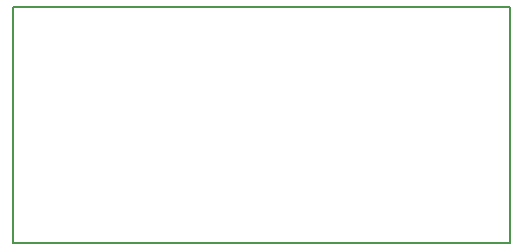
<source format=gbr>
%TF.GenerationSoftware,KiCad,Pcbnew,4.0.7*%
%TF.CreationDate,2018-11-26T14:01:30+00:00*%
%TF.ProjectId,LCD_Controller,4C43445F436F6E74726F6C6C65722E6B,rev?*%
%TF.FileFunction,Profile,NP*%
%FSLAX46Y46*%
G04 Gerber Fmt 4.6, Leading zero omitted, Abs format (unit mm)*
G04 Created by KiCad (PCBNEW 4.0.7) date 11/26/18 14:01:30*
%MOMM*%
%LPD*%
G01*
G04 APERTURE LIST*
%ADD10C,0.150000*%
G04 APERTURE END LIST*
D10*
X181787800Y-69189600D02*
X181787800Y-49174400D01*
X139776200Y-69189600D02*
X181787800Y-69189600D01*
X139776200Y-49174400D02*
X139776200Y-69189600D01*
X181813200Y-49174400D02*
X139776200Y-49174400D01*
M02*

</source>
